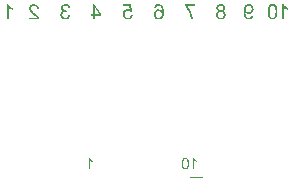
<source format=gbo>
G04*
G04 #@! TF.GenerationSoftware,Altium Limited,Altium Designer,23.8.1 (32)*
G04*
G04 Layer_Color=32896*
%FSLAX44Y44*%
%MOMM*%
G71*
G04*
G04 #@! TF.SameCoordinates,F21FC784-CF66-45F2-9398-5FBE0A3DAB67*
G04*
G04*
G04 #@! TF.FilePolarity,Positive*
G04*
G01*
G75*
%ADD11C,0.1000*%
G36*
X389388Y210909D02*
X389488Y210759D01*
X389701Y210447D01*
X389926Y210159D01*
X390151Y209897D01*
X390263Y209785D01*
X390363Y209672D01*
X390463Y209585D01*
X390538Y209497D01*
X390601Y209435D01*
X390663Y209385D01*
X390688Y209360D01*
X390701Y209347D01*
X391088Y209035D01*
X391475Y208747D01*
X391863Y208485D01*
X392225Y208272D01*
X392388Y208172D01*
X392538Y208097D01*
X392663Y208022D01*
X392775Y207960D01*
X392875Y207910D01*
X392938Y207873D01*
X392988Y207860D01*
X393000Y207847D01*
Y206335D01*
X392725Y206448D01*
X392438Y206573D01*
X392163Y206710D01*
X391913Y206835D01*
X391688Y206948D01*
X391600Y206998D01*
X391513Y207048D01*
X391450Y207085D01*
X391400Y207110D01*
X391375Y207135D01*
X391363D01*
X391038Y207335D01*
X390738Y207535D01*
X390476Y207722D01*
X390263Y207885D01*
X390088Y208022D01*
X389963Y208135D01*
X389926Y208172D01*
X389888Y208197D01*
X389876Y208222D01*
X389863D01*
Y198212D01*
X388289D01*
Y211072D01*
X389313D01*
X389388Y210909D01*
D02*
G37*
G36*
X380353Y211059D02*
X380591Y211034D01*
X380828Y210997D01*
X381041Y210959D01*
X381253Y210897D01*
X381441Y210834D01*
X381615Y210772D01*
X381778Y210697D01*
X381915Y210622D01*
X382053Y210559D01*
X382153Y210497D01*
X382253Y210434D01*
X382315Y210397D01*
X382378Y210359D01*
X382403Y210334D01*
X382415Y210322D01*
X382578Y210172D01*
X382740Y210009D01*
X383028Y209672D01*
X383265Y209322D01*
X383452Y208972D01*
X383540Y208810D01*
X383602Y208660D01*
X383665Y208535D01*
X383715Y208410D01*
X383752Y208322D01*
X383777Y208247D01*
X383802Y208197D01*
Y208185D01*
X383877Y207910D01*
X383952Y207635D01*
X384065Y207023D01*
X384152Y206423D01*
X384177Y206123D01*
X384202Y205835D01*
X384227Y205560D01*
X384240Y205311D01*
X384252Y205098D01*
Y204898D01*
X384265Y204748D01*
Y204623D01*
Y204548D01*
Y204536D01*
Y204523D01*
X384252Y203874D01*
X384215Y203261D01*
X384152Y202711D01*
X384065Y202186D01*
X383977Y201724D01*
X383865Y201299D01*
X383752Y200912D01*
X383627Y200574D01*
X383515Y200274D01*
X383402Y200012D01*
X383290Y199799D01*
X383203Y199625D01*
X383115Y199487D01*
X383052Y199387D01*
X383015Y199337D01*
X383003Y199312D01*
X382803Y199087D01*
X382578Y198875D01*
X382340Y198700D01*
X382103Y198550D01*
X381865Y198425D01*
X381615Y198325D01*
X381378Y198237D01*
X381153Y198162D01*
X380941Y198113D01*
X380741Y198075D01*
X380553Y198037D01*
X380403Y198025D01*
X380266Y198013D01*
X380178Y198000D01*
X380091D01*
X379828Y198013D01*
X379591Y198037D01*
X379353Y198075D01*
X379141Y198113D01*
X378929Y198175D01*
X378741Y198237D01*
X378566Y198300D01*
X378404Y198375D01*
X378266Y198450D01*
X378141Y198512D01*
X378029Y198575D01*
X377941Y198637D01*
X377866Y198675D01*
X377816Y198712D01*
X377791Y198737D01*
X377779Y198750D01*
X377616Y198900D01*
X377454Y199062D01*
X377167Y199400D01*
X376929Y199762D01*
X376742Y200099D01*
X376654Y200262D01*
X376592Y200412D01*
X376529Y200537D01*
X376479Y200662D01*
X376442Y200749D01*
X376417Y200824D01*
X376392Y200874D01*
Y200887D01*
X376304Y201162D01*
X376229Y201437D01*
X376117Y202036D01*
X376029Y202649D01*
X376004Y202936D01*
X375979Y203224D01*
X375954Y203499D01*
X375942Y203736D01*
X375929Y203961D01*
Y204148D01*
X375917Y204311D01*
Y204423D01*
Y204498D01*
Y204523D01*
Y204873D01*
X375929Y205198D01*
X375942Y205511D01*
X375967Y205798D01*
X375992Y206073D01*
X376017Y206310D01*
X376042Y206548D01*
X376067Y206748D01*
X376092Y206935D01*
X376117Y207098D01*
X376142Y207235D01*
X376167Y207348D01*
X376192Y207435D01*
X376204Y207498D01*
X376217Y207535D01*
Y207547D01*
X376329Y207947D01*
X376467Y208322D01*
X376592Y208647D01*
X376654Y208785D01*
X376717Y208922D01*
X376779Y209035D01*
X376829Y209147D01*
X376879Y209235D01*
X376917Y209310D01*
X376954Y209372D01*
X376979Y209410D01*
X377004Y209435D01*
Y209447D01*
X377204Y209722D01*
X377416Y209972D01*
X377629Y210172D01*
X377829Y210347D01*
X378016Y210472D01*
X378154Y210572D01*
X378216Y210609D01*
X378254Y210622D01*
X378279Y210647D01*
X378291D01*
X378591Y210784D01*
X378904Y210897D01*
X379203Y210972D01*
X379478Y211022D01*
X379603Y211034D01*
X379728Y211047D01*
X379828Y211059D01*
X379916Y211072D01*
X380091D01*
X380353Y211059D01*
D02*
G37*
G36*
X360289D02*
X360601Y211022D01*
X360888Y210959D01*
X361163Y210884D01*
X361413Y210797D01*
X361651Y210697D01*
X361876Y210584D01*
X362076Y210484D01*
X362251Y210372D01*
X362413Y210259D01*
X362538Y210159D01*
X362650Y210072D01*
X362750Y209997D01*
X362813Y209934D01*
X362850Y209897D01*
X362863Y209884D01*
X363063Y209660D01*
X363238Y209410D01*
X363388Y209160D01*
X363525Y208897D01*
X363625Y208635D01*
X363725Y208372D01*
X363800Y208110D01*
X363862Y207873D01*
X363900Y207635D01*
X363937Y207423D01*
X363963Y207235D01*
X363988Y207073D01*
Y206935D01*
X364000Y206835D01*
Y206773D01*
Y206748D01*
X363988Y206398D01*
X363950Y206073D01*
X363900Y205773D01*
X363825Y205473D01*
X363750Y205211D01*
X363650Y204961D01*
X363550Y204723D01*
X363450Y204523D01*
X363350Y204336D01*
X363250Y204173D01*
X363150Y204036D01*
X363075Y203923D01*
X363000Y203836D01*
X362950Y203761D01*
X362913Y203724D01*
X362900Y203711D01*
X362688Y203511D01*
X362463Y203336D01*
X362238Y203174D01*
X362013Y203049D01*
X361788Y202936D01*
X361563Y202836D01*
X361351Y202761D01*
X361138Y202711D01*
X360951Y202661D01*
X360776Y202624D01*
X360613Y202599D01*
X360476Y202574D01*
X360363D01*
X360289Y202561D01*
X360214D01*
X359864Y202586D01*
X359539Y202636D01*
X359239Y202711D01*
X358976Y202799D01*
X358864Y202836D01*
X358764Y202874D01*
X358664Y202911D01*
X358589Y202949D01*
X358526Y202986D01*
X358489Y202999D01*
X358464Y203024D01*
X358451D01*
X358164Y203211D01*
X357902Y203411D01*
X357677Y203611D01*
X357489Y203799D01*
X357339Y203974D01*
X357239Y204111D01*
X357202Y204161D01*
X357177Y204198D01*
X357152Y204223D01*
Y204098D01*
Y204011D01*
Y203948D01*
Y203923D01*
X357164Y203561D01*
X357189Y203211D01*
X357227Y202886D01*
X357264Y202599D01*
X357289Y202461D01*
X357314Y202349D01*
X357339Y202249D01*
X357352Y202161D01*
X357364Y202099D01*
X357377Y202036D01*
X357389Y202012D01*
Y201999D01*
X357477Y201661D01*
X357577Y201374D01*
X357677Y201112D01*
X357777Y200899D01*
X357852Y200724D01*
X357914Y200599D01*
X357939Y200562D01*
X357964Y200524D01*
X357977Y200512D01*
Y200499D01*
X358114Y200299D01*
X358251Y200124D01*
X358401Y199974D01*
X358551Y199849D01*
X358676Y199750D01*
X358776Y199675D01*
X358839Y199625D01*
X358851Y199612D01*
X358864D01*
X359076Y199500D01*
X359289Y199425D01*
X359514Y199362D01*
X359701Y199325D01*
X359876Y199300D01*
X360014Y199287D01*
X360139D01*
X360438Y199312D01*
X360713Y199362D01*
X360951Y199437D01*
X361151Y199525D01*
X361313Y199612D01*
X361426Y199687D01*
X361501Y199737D01*
X361513Y199762D01*
X361526D01*
X361626Y199862D01*
X361713Y199974D01*
X361863Y200212D01*
X361988Y200474D01*
X362088Y200724D01*
X362163Y200962D01*
X362188Y201062D01*
X362213Y201149D01*
X362225Y201224D01*
X362238Y201274D01*
X362251Y201312D01*
Y201324D01*
X363763Y201187D01*
X363713Y200912D01*
X363663Y200649D01*
X363588Y200399D01*
X363500Y200174D01*
X363413Y199962D01*
X363325Y199774D01*
X363225Y199587D01*
X363125Y199437D01*
X363025Y199287D01*
X362938Y199175D01*
X362850Y199062D01*
X362775Y198975D01*
X362713Y198912D01*
X362663Y198862D01*
X362638Y198837D01*
X362625Y198825D01*
X362438Y198675D01*
X362251Y198550D01*
X362051Y198437D01*
X361838Y198350D01*
X361638Y198262D01*
X361426Y198200D01*
X361038Y198100D01*
X360863Y198075D01*
X360688Y198050D01*
X360538Y198025D01*
X360413Y198013D01*
X360313Y198000D01*
X360163D01*
X359901Y198013D01*
X359651Y198037D01*
X359414Y198075D01*
X359189Y198113D01*
X358964Y198175D01*
X358764Y198237D01*
X358576Y198300D01*
X358401Y198375D01*
X358251Y198450D01*
X358114Y198512D01*
X357989Y198575D01*
X357889Y198637D01*
X357802Y198675D01*
X357752Y198712D01*
X357714Y198737D01*
X357702Y198750D01*
X357514Y198900D01*
X357327Y199062D01*
X357014Y199412D01*
X356739Y199787D01*
X356514Y200137D01*
X356414Y200312D01*
X356339Y200462D01*
X356277Y200599D01*
X356214Y200724D01*
X356165Y200824D01*
X356139Y200899D01*
X356115Y200949D01*
Y200962D01*
X356015Y201249D01*
X355940Y201549D01*
X355865Y201861D01*
X355802Y202186D01*
X355702Y202836D01*
X355677Y203161D01*
X355640Y203461D01*
X355627Y203761D01*
X355602Y204023D01*
X355590Y204261D01*
Y204473D01*
X355577Y204636D01*
Y204761D01*
Y204811D01*
Y204848D01*
Y204861D01*
Y204873D01*
Y205298D01*
X355602Y205711D01*
X355627Y206085D01*
X355665Y206435D01*
X355702Y206760D01*
X355752Y207048D01*
X355790Y207323D01*
X355840Y207560D01*
X355890Y207773D01*
X355940Y207960D01*
X355990Y208110D01*
X356027Y208247D01*
X356064Y208347D01*
X356090Y208410D01*
X356102Y208460D01*
X356115Y208472D01*
X356214Y208697D01*
X356339Y208910D01*
X356464Y209110D01*
X356589Y209297D01*
X356714Y209472D01*
X356852Y209634D01*
X356977Y209772D01*
X357102Y209909D01*
X357227Y210022D01*
X357327Y210122D01*
X357427Y210197D01*
X357514Y210272D01*
X357589Y210322D01*
X357639Y210372D01*
X357677Y210384D01*
X357689Y210397D01*
X357889Y210522D01*
X358089Y210622D01*
X358289Y210709D01*
X358489Y210784D01*
X358864Y210909D01*
X359226Y210984D01*
X359376Y211022D01*
X359526Y211034D01*
X359651Y211047D01*
X359764Y211059D01*
X359851Y211072D01*
X359976D01*
X360289Y211059D01*
D02*
G37*
G36*
X336593D02*
X336893Y211034D01*
X337155Y210984D01*
X337418Y210922D01*
X337655Y210847D01*
X337880Y210772D01*
X338080Y210684D01*
X338255Y210597D01*
X338417Y210497D01*
X338567Y210409D01*
X338680Y210334D01*
X338780Y210259D01*
X338867Y210197D01*
X338917Y210147D01*
X338955Y210122D01*
X338967Y210109D01*
X339142Y209922D01*
X339292Y209734D01*
X339430Y209534D01*
X339542Y209347D01*
X339642Y209147D01*
X339717Y208947D01*
X339792Y208760D01*
X339842Y208585D01*
X339879Y208410D01*
X339917Y208247D01*
X339942Y208110D01*
X339954Y207997D01*
Y207897D01*
X339967Y207822D01*
Y207773D01*
Y207760D01*
X339942Y207423D01*
X339892Y207123D01*
X339817Y206848D01*
X339729Y206623D01*
X339655Y206435D01*
X339617Y206360D01*
X339580Y206285D01*
X339542Y206235D01*
X339530Y206198D01*
X339505Y206185D01*
Y206173D01*
X339305Y205935D01*
X339080Y205735D01*
X338830Y205560D01*
X338592Y205411D01*
X338380Y205298D01*
X338280Y205248D01*
X338205Y205211D01*
X338143Y205186D01*
X338080Y205161D01*
X338055Y205148D01*
X338042D01*
X338255Y205086D01*
X338455Y205011D01*
X338642Y204936D01*
X338817Y204848D01*
X338980Y204748D01*
X339130Y204648D01*
X339267Y204561D01*
X339392Y204461D01*
X339492Y204373D01*
X339592Y204286D01*
X339667Y204211D01*
X339742Y204136D01*
X339792Y204073D01*
X339829Y204036D01*
X339842Y204011D01*
X339855Y203998D01*
X339967Y203836D01*
X340055Y203673D01*
X340142Y203499D01*
X340217Y203324D01*
X340329Y202974D01*
X340404Y202636D01*
X340429Y202486D01*
X340442Y202349D01*
X340454Y202224D01*
X340467Y202124D01*
X340479Y202036D01*
Y201961D01*
Y201924D01*
Y201912D01*
X340467Y201599D01*
X340429Y201312D01*
X340367Y201037D01*
X340304Y200774D01*
X340217Y200524D01*
X340117Y200287D01*
X340017Y200075D01*
X339905Y199887D01*
X339792Y199712D01*
X339692Y199562D01*
X339592Y199425D01*
X339505Y199312D01*
X339430Y199225D01*
X339380Y199162D01*
X339342Y199125D01*
X339330Y199112D01*
X339105Y198912D01*
X338867Y198750D01*
X338617Y198600D01*
X338355Y198475D01*
X338105Y198362D01*
X337855Y198275D01*
X337605Y198200D01*
X337368Y198137D01*
X337143Y198088D01*
X336930Y198062D01*
X336743Y198037D01*
X336580Y198013D01*
X336455D01*
X336355Y198000D01*
X336268D01*
X335918Y198013D01*
X335593Y198050D01*
X335281Y198100D01*
X334993Y198175D01*
X334718Y198262D01*
X334468Y198350D01*
X334231Y198450D01*
X334019Y198562D01*
X333844Y198662D01*
X333669Y198762D01*
X333531Y198850D01*
X333419Y198937D01*
X333331Y199012D01*
X333256Y199062D01*
X333219Y199100D01*
X333206Y199112D01*
X333006Y199325D01*
X332819Y199550D01*
X332669Y199774D01*
X332531Y200012D01*
X332419Y200249D01*
X332331Y200474D01*
X332257Y200699D01*
X332194Y200912D01*
X332144Y201112D01*
X332107Y201299D01*
X332081Y201462D01*
X332057Y201599D01*
Y201712D01*
X332044Y201799D01*
Y201861D01*
Y201874D01*
X332057Y202099D01*
X332069Y202299D01*
X332144Y202699D01*
X332244Y203036D01*
X332294Y203199D01*
X332356Y203336D01*
X332419Y203461D01*
X332469Y203586D01*
X332519Y203673D01*
X332569Y203761D01*
X332606Y203824D01*
X332644Y203874D01*
X332656Y203899D01*
X332669Y203911D01*
X332794Y204061D01*
X332919Y204211D01*
X333206Y204461D01*
X333506Y204673D01*
X333794Y204848D01*
X334056Y204986D01*
X334169Y205036D01*
X334268Y205073D01*
X334343Y205111D01*
X334406Y205136D01*
X334443Y205148D01*
X334456D01*
X334118Y205298D01*
X333831Y205461D01*
X333594Y205623D01*
X333394Y205786D01*
X333244Y205935D01*
X333131Y206048D01*
X333069Y206135D01*
X333044Y206148D01*
Y206160D01*
X332881Y206423D01*
X332769Y206685D01*
X332681Y206948D01*
X332631Y207185D01*
X332594Y207398D01*
X332581Y207498D01*
Y207572D01*
X332569Y207635D01*
Y207685D01*
Y207710D01*
Y207722D01*
X332581Y207985D01*
X332606Y208222D01*
X332669Y208460D01*
X332731Y208685D01*
X332806Y208897D01*
X332894Y209085D01*
X332981Y209272D01*
X333081Y209435D01*
X333181Y209585D01*
X333269Y209709D01*
X333356Y209834D01*
X333431Y209922D01*
X333494Y209997D01*
X333544Y210047D01*
X333581Y210084D01*
X333594Y210097D01*
X333794Y210272D01*
X334006Y210422D01*
X334218Y210547D01*
X334443Y210659D01*
X334668Y210759D01*
X334893Y210834D01*
X335118Y210897D01*
X335331Y210947D01*
X335531Y210984D01*
X335706Y211022D01*
X335868Y211047D01*
X336018Y211059D01*
X336130Y211072D01*
X336293D01*
X336593Y211059D01*
D02*
G37*
G36*
X314363Y209135D02*
X308102D01*
X308327Y208872D01*
X308539Y208597D01*
X308964Y208035D01*
X309339Y207473D01*
X309514Y207198D01*
X309676Y206935D01*
X309826Y206698D01*
X309964Y206473D01*
X310076Y206273D01*
X310176Y206110D01*
X310251Y205960D01*
X310314Y205861D01*
X310351Y205798D01*
X310364Y205773D01*
X310739Y205023D01*
X311064Y204286D01*
X311214Y203936D01*
X311339Y203586D01*
X311464Y203261D01*
X311576Y202961D01*
X311676Y202674D01*
X311751Y202424D01*
X311826Y202199D01*
X311888Y201999D01*
X311926Y201849D01*
X311963Y201737D01*
X311976Y201661D01*
X311988Y201649D01*
Y201637D01*
X312088Y201249D01*
X312176Y200862D01*
X312251Y200512D01*
X312313Y200162D01*
X312376Y199849D01*
X312426Y199550D01*
X312463Y199275D01*
X312488Y199012D01*
X312513Y198787D01*
X312538Y198587D01*
X312551Y198412D01*
X312563Y198262D01*
Y198150D01*
X312576Y198075D01*
Y198013D01*
Y198000D01*
X310964D01*
X310901Y198700D01*
X310864Y199037D01*
X310814Y199350D01*
X310764Y199662D01*
X310714Y199949D01*
X310664Y200224D01*
X310614Y200474D01*
X310564Y200699D01*
X310526Y200899D01*
X310476Y201087D01*
X310439Y201237D01*
X310414Y201349D01*
X310389Y201437D01*
X310364Y201499D01*
Y201512D01*
X310239Y201936D01*
X310101Y202361D01*
X309951Y202774D01*
X309801Y203174D01*
X309652Y203549D01*
X309489Y203923D01*
X309339Y204261D01*
X309189Y204586D01*
X309052Y204886D01*
X308927Y205148D01*
X308814Y205386D01*
X308714Y205573D01*
X308627Y205735D01*
X308564Y205848D01*
X308527Y205923D01*
X308514Y205948D01*
X308289Y206348D01*
X308064Y206723D01*
X307839Y207073D01*
X307627Y207398D01*
X307414Y207710D01*
X307215Y207997D01*
X307015Y208260D01*
X306840Y208497D01*
X306677Y208710D01*
X306527Y208897D01*
X306402Y209047D01*
X306290Y209185D01*
X306202Y209285D01*
X306127Y209360D01*
X306090Y209410D01*
X306077Y209422D01*
Y210647D01*
X314363D01*
Y209135D01*
D02*
G37*
G36*
X283860Y211059D02*
X284210Y211009D01*
X284535Y210934D01*
X284847Y210847D01*
X285134Y210734D01*
X285397Y210609D01*
X285634Y210472D01*
X285859Y210334D01*
X286047Y210197D01*
X286222Y210059D01*
X286372Y209934D01*
X286484Y209822D01*
X286584Y209734D01*
X286659Y209660D01*
X286696Y209610D01*
X286709Y209597D01*
X286947Y209260D01*
X287159Y208885D01*
X287346Y208472D01*
X287496Y208047D01*
X287634Y207598D01*
X287734Y207148D01*
X287834Y206698D01*
X287896Y206260D01*
X287959Y205848D01*
X287996Y205461D01*
X288034Y205111D01*
X288046Y204948D01*
Y204811D01*
X288059Y204673D01*
Y204548D01*
X288071Y204448D01*
Y204361D01*
Y204286D01*
Y204236D01*
Y204211D01*
Y204198D01*
X288059Y203599D01*
X288021Y203049D01*
X287959Y202524D01*
X287871Y202061D01*
X287784Y201624D01*
X287684Y201237D01*
X287571Y200887D01*
X287446Y200574D01*
X287334Y200299D01*
X287221Y200075D01*
X287121Y199874D01*
X287021Y199712D01*
X286947Y199587D01*
X286884Y199512D01*
X286847Y199450D01*
X286834Y199437D01*
X286597Y199187D01*
X286347Y198962D01*
X286084Y198775D01*
X285809Y198612D01*
X285547Y198462D01*
X285272Y198350D01*
X285022Y198250D01*
X284772Y198175D01*
X284535Y198125D01*
X284322Y198075D01*
X284122Y198050D01*
X283960Y198025D01*
X283822Y198013D01*
X283722Y198000D01*
X283635D01*
X283422Y198013D01*
X283210Y198025D01*
X282822Y198088D01*
X282473Y198175D01*
X282310Y198225D01*
X282173Y198275D01*
X282035Y198325D01*
X281923Y198375D01*
X281823Y198425D01*
X281735Y198462D01*
X281660Y198500D01*
X281610Y198525D01*
X281585Y198550D01*
X281573D01*
X281248Y198775D01*
X280961Y199025D01*
X280723Y199287D01*
X280511Y199550D01*
X280348Y199774D01*
X280286Y199874D01*
X280236Y199962D01*
X280186Y200025D01*
X280161Y200075D01*
X280136Y200112D01*
Y200124D01*
X279961Y200524D01*
X279836Y200912D01*
X279736Y201287D01*
X279673Y201637D01*
X279648Y201799D01*
X279636Y201936D01*
X279623Y202061D01*
Y202174D01*
X279611Y202261D01*
Y202324D01*
Y202361D01*
Y202374D01*
X279623Y202711D01*
X279661Y203024D01*
X279711Y203324D01*
X279786Y203611D01*
X279873Y203874D01*
X279961Y204123D01*
X280061Y204348D01*
X280161Y204548D01*
X280273Y204736D01*
X280373Y204898D01*
X280461Y205036D01*
X280548Y205148D01*
X280623Y205236D01*
X280673Y205311D01*
X280711Y205348D01*
X280723Y205361D01*
X280935Y205560D01*
X281148Y205748D01*
X281373Y205898D01*
X281610Y206035D01*
X281835Y206148D01*
X282048Y206235D01*
X282273Y206310D01*
X282473Y206373D01*
X282660Y206423D01*
X282835Y206460D01*
X282997Y206485D01*
X283135Y206510D01*
X283247D01*
X283322Y206523D01*
X283397D01*
X283735Y206510D01*
X284047Y206460D01*
X284335Y206385D01*
X284597Y206310D01*
X284709Y206273D01*
X284809Y206235D01*
X284897Y206198D01*
X284984Y206160D01*
X285035Y206135D01*
X285084Y206110D01*
X285109Y206098D01*
X285122D01*
X285422Y205923D01*
X285684Y205723D01*
X285922Y205511D01*
X286122Y205298D01*
X286284Y205111D01*
X286359Y205023D01*
X286409Y204948D01*
X286447Y204898D01*
X286484Y204848D01*
X286497Y204823D01*
X286509Y204811D01*
X286497Y205161D01*
X286484Y205486D01*
X286459Y205798D01*
X286434Y206085D01*
X286397Y206348D01*
X286359Y206598D01*
X286322Y206810D01*
X286284Y207010D01*
X286247Y207185D01*
X286209Y207348D01*
X286172Y207473D01*
X286134Y207585D01*
X286109Y207660D01*
X286084Y207722D01*
X286072Y207760D01*
Y207773D01*
X285897Y208147D01*
X285709Y208460D01*
X285509Y208735D01*
X285322Y208960D01*
X285147Y209135D01*
X285022Y209260D01*
X284972Y209310D01*
X284935Y209335D01*
X284909Y209360D01*
X284897D01*
X284672Y209497D01*
X284447Y209610D01*
X284222Y209685D01*
X284022Y209734D01*
X283835Y209760D01*
X283697Y209785D01*
X283572D01*
X283397Y209772D01*
X283235Y209760D01*
X282935Y209685D01*
X282660Y209572D01*
X282435Y209447D01*
X282248Y209322D01*
X282173Y209272D01*
X282110Y209210D01*
X282060Y209172D01*
X282023Y209135D01*
X282010Y209122D01*
X281998Y209110D01*
X281860Y208935D01*
X281735Y208722D01*
X281635Y208497D01*
X281548Y208272D01*
X281485Y208072D01*
X281460Y207985D01*
X281435Y207910D01*
X281423Y207847D01*
X281410Y207798D01*
X281398Y207773D01*
Y207760D01*
X279836Y207885D01*
X279886Y208160D01*
X279948Y208410D01*
X280011Y208647D01*
X280098Y208872D01*
X280198Y209085D01*
X280286Y209272D01*
X280386Y209460D01*
X280486Y209610D01*
X280586Y209747D01*
X280686Y209872D01*
X280773Y209984D01*
X280848Y210072D01*
X280910Y210134D01*
X280961Y210184D01*
X280986Y210209D01*
X280998Y210222D01*
X281185Y210372D01*
X281385Y210497D01*
X281585Y210622D01*
X281798Y210709D01*
X281998Y210797D01*
X282210Y210859D01*
X282598Y210972D01*
X282785Y210997D01*
X282948Y211022D01*
X283097Y211047D01*
X283235Y211059D01*
X283335Y211072D01*
X283485D01*
X283860Y211059D01*
D02*
G37*
G36*
X261467Y204273D02*
X259993Y204086D01*
X259855Y204273D01*
X259693Y204448D01*
X259543Y204598D01*
X259380Y204736D01*
X259255Y204836D01*
X259143Y204911D01*
X259068Y204961D01*
X259055Y204973D01*
X259043D01*
X258805Y205086D01*
X258568Y205173D01*
X258343Y205236D01*
X258130Y205286D01*
X257943Y205311D01*
X257868D01*
X257793Y205323D01*
X257668D01*
X257443Y205311D01*
X257231Y205286D01*
X257031Y205248D01*
X256831Y205198D01*
X256656Y205136D01*
X256493Y205073D01*
X256343Y204998D01*
X256206Y204936D01*
X256094Y204861D01*
X255981Y204786D01*
X255894Y204723D01*
X255819Y204661D01*
X255756Y204611D01*
X255719Y204573D01*
X255694Y204548D01*
X255681Y204536D01*
X255544Y204386D01*
X255431Y204223D01*
X255331Y204048D01*
X255244Y203874D01*
X255169Y203699D01*
X255106Y203524D01*
X255019Y203186D01*
X254981Y203024D01*
X254956Y202874D01*
X254944Y202749D01*
X254931Y202636D01*
X254919Y202536D01*
Y202474D01*
Y202424D01*
Y202411D01*
X254931Y202149D01*
X254956Y201912D01*
X254994Y201674D01*
X255044Y201462D01*
X255106Y201262D01*
X255169Y201074D01*
X255244Y200899D01*
X255306Y200749D01*
X255381Y200612D01*
X255456Y200487D01*
X255519Y200374D01*
X255581Y200299D01*
X255631Y200224D01*
X255669Y200174D01*
X255694Y200149D01*
X255706Y200137D01*
X255856Y199987D01*
X256019Y199862D01*
X256181Y199750D01*
X256343Y199650D01*
X256506Y199562D01*
X256656Y199500D01*
X256968Y199400D01*
X257106Y199362D01*
X257231Y199337D01*
X257343Y199312D01*
X257443Y199300D01*
X257518Y199287D01*
X257631D01*
X257806Y199300D01*
X257968Y199312D01*
X258281Y199387D01*
X258555Y199475D01*
X258793Y199587D01*
X258993Y199699D01*
X259068Y199750D01*
X259130Y199799D01*
X259180Y199837D01*
X259218Y199862D01*
X259243Y199874D01*
X259255Y199887D01*
X259368Y200012D01*
X259480Y200137D01*
X259668Y200437D01*
X259805Y200737D01*
X259918Y201024D01*
X260005Y201299D01*
X260030Y201412D01*
X260055Y201512D01*
X260068Y201599D01*
X260080Y201661D01*
X260093Y201699D01*
Y201712D01*
X261742Y201574D01*
X261705Y201274D01*
X261642Y200999D01*
X261567Y200737D01*
X261480Y200487D01*
X261380Y200249D01*
X261280Y200037D01*
X261167Y199837D01*
X261055Y199662D01*
X260955Y199512D01*
X260842Y199375D01*
X260755Y199250D01*
X260667Y199150D01*
X260592Y199075D01*
X260542Y199025D01*
X260505Y198987D01*
X260492Y198975D01*
X260280Y198800D01*
X260055Y198650D01*
X259818Y198525D01*
X259580Y198412D01*
X259330Y198312D01*
X259093Y198237D01*
X258868Y198175D01*
X258643Y198125D01*
X258431Y198088D01*
X258243Y198050D01*
X258068Y198025D01*
X257918Y198013D01*
X257793D01*
X257706Y198000D01*
X257631D01*
X257243Y198013D01*
X256868Y198062D01*
X256531Y198137D01*
X256206Y198237D01*
X255906Y198362D01*
X255631Y198487D01*
X255381Y198625D01*
X255144Y198775D01*
X254944Y198925D01*
X254769Y199062D01*
X254619Y199187D01*
X254494Y199312D01*
X254394Y199412D01*
X254331Y199487D01*
X254282Y199537D01*
X254269Y199550D01*
X254094Y199787D01*
X253932Y200037D01*
X253794Y200299D01*
X253682Y200549D01*
X253582Y200799D01*
X253494Y201049D01*
X253432Y201299D01*
X253369Y201524D01*
X253332Y201737D01*
X253294Y201936D01*
X253269Y202111D01*
X253257Y202261D01*
Y202386D01*
X253244Y202474D01*
Y202524D01*
Y202549D01*
X253257Y202886D01*
X253294Y203211D01*
X253357Y203511D01*
X253419Y203799D01*
X253519Y204061D01*
X253607Y204311D01*
X253719Y204536D01*
X253819Y204736D01*
X253932Y204923D01*
X254044Y205086D01*
X254132Y205223D01*
X254219Y205336D01*
X254294Y205423D01*
X254356Y205498D01*
X254394Y205536D01*
X254407Y205548D01*
X254631Y205748D01*
X254856Y205935D01*
X255094Y206085D01*
X255331Y206223D01*
X255569Y206335D01*
X255806Y206423D01*
X256044Y206498D01*
X256256Y206560D01*
X256456Y206610D01*
X256643Y206648D01*
X256818Y206673D01*
X256956Y206698D01*
X257081D01*
X257168Y206710D01*
X257243D01*
X257481Y206698D01*
X257718Y206673D01*
X257943Y206635D01*
X258155Y206585D01*
X258568Y206448D01*
X258755Y206385D01*
X258930Y206310D01*
X259093Y206223D01*
X259230Y206160D01*
X259368Y206085D01*
X259468Y206023D01*
X259555Y205973D01*
X259618Y205935D01*
X259655Y205910D01*
X259668Y205898D01*
X258980Y209360D01*
X253844D01*
Y210859D01*
X260230D01*
X261467Y204273D01*
D02*
G37*
G36*
X156388Y210697D02*
X156488Y210547D01*
X156701Y210234D01*
X156926Y209947D01*
X157151Y209685D01*
X157263Y209572D01*
X157363Y209460D01*
X157463Y209372D01*
X157538Y209285D01*
X157601Y209222D01*
X157663Y209172D01*
X157688Y209147D01*
X157701Y209135D01*
X158088Y208822D01*
X158475Y208535D01*
X158863Y208272D01*
X159225Y208060D01*
X159388Y207960D01*
X159538Y207885D01*
X159663Y207810D01*
X159775Y207747D01*
X159875Y207698D01*
X159937Y207660D01*
X159987Y207647D01*
X160000Y207635D01*
Y206123D01*
X159725Y206235D01*
X159438Y206360D01*
X159163Y206498D01*
X158913Y206623D01*
X158688Y206735D01*
X158600Y206785D01*
X158513Y206835D01*
X158450Y206873D01*
X158400Y206898D01*
X158375Y206923D01*
X158363D01*
X158038Y207123D01*
X157738Y207323D01*
X157476Y207510D01*
X157263Y207673D01*
X157088Y207810D01*
X156963Y207922D01*
X156926Y207960D01*
X156888Y207985D01*
X156876Y208010D01*
X156863D01*
Y198000D01*
X155289D01*
Y210859D01*
X156313D01*
X156388Y210697D01*
D02*
G37*
G36*
X178419Y210847D02*
X178731Y210822D01*
X179031Y210772D01*
X179306Y210709D01*
X179568Y210634D01*
X179806Y210559D01*
X180018Y210472D01*
X180218Y210384D01*
X180393Y210297D01*
X180555Y210209D01*
X180681Y210134D01*
X180793Y210059D01*
X180880Y209997D01*
X180943Y209947D01*
X180980Y209922D01*
X180993Y209909D01*
X181180Y209722D01*
X181355Y209522D01*
X181505Y209310D01*
X181643Y209085D01*
X181755Y208847D01*
X181855Y208622D01*
X181943Y208397D01*
X182018Y208185D01*
X182068Y207972D01*
X182118Y207785D01*
X182155Y207610D01*
X182193Y207460D01*
X182205Y207335D01*
X182218Y207235D01*
X182230Y207185D01*
Y207160D01*
X180618Y206998D01*
X180606Y207223D01*
X180593Y207423D01*
X180555Y207623D01*
X180518Y207798D01*
X180455Y207960D01*
X180406Y208122D01*
X180343Y208260D01*
X180281Y208385D01*
X180218Y208497D01*
X180156Y208597D01*
X180093Y208685D01*
X180043Y208747D01*
X180006Y208797D01*
X179968Y208847D01*
X179956Y208860D01*
X179943Y208872D01*
X179806Y208997D01*
X179668Y209097D01*
X179518Y209197D01*
X179368Y209272D01*
X179068Y209397D01*
X178769Y209472D01*
X178643Y209497D01*
X178519Y209522D01*
X178406Y209534D01*
X178306Y209547D01*
X178231Y209559D01*
X178119D01*
X177919Y209547D01*
X177731Y209534D01*
X177394Y209460D01*
X177094Y209360D01*
X176956Y209297D01*
X176844Y209235D01*
X176731Y209172D01*
X176644Y209110D01*
X176556Y209060D01*
X176494Y209010D01*
X176444Y208972D01*
X176394Y208935D01*
X176382Y208922D01*
X176369Y208910D01*
X176244Y208785D01*
X176144Y208660D01*
X176057Y208522D01*
X175982Y208397D01*
X175857Y208135D01*
X175782Y207885D01*
X175732Y207660D01*
X175719Y207572D01*
X175707Y207498D01*
X175694Y207423D01*
Y207373D01*
Y207348D01*
Y207335D01*
X175707Y207173D01*
X175732Y206998D01*
X175769Y206835D01*
X175807Y206660D01*
X175932Y206348D01*
X176069Y206060D01*
X176144Y205935D01*
X176207Y205811D01*
X176269Y205711D01*
X176332Y205623D01*
X176369Y205548D01*
X176407Y205498D01*
X176432Y205461D01*
X176444Y205448D01*
X176594Y205248D01*
X176782Y205048D01*
X176981Y204823D01*
X177194Y204598D01*
X177656Y204148D01*
X178131Y203711D01*
X178356Y203511D01*
X178568Y203324D01*
X178756Y203149D01*
X178931Y203011D01*
X179068Y202886D01*
X179181Y202799D01*
X179243Y202749D01*
X179268Y202724D01*
X179506Y202524D01*
X179743Y202324D01*
X179956Y202136D01*
X180156Y201961D01*
X180331Y201786D01*
X180506Y201624D01*
X180655Y201474D01*
X180793Y201349D01*
X180918Y201224D01*
X181018Y201112D01*
X181105Y201012D01*
X181180Y200937D01*
X181243Y200874D01*
X181280Y200824D01*
X181305Y200799D01*
X181318Y200787D01*
X181568Y200474D01*
X181780Y200174D01*
X181955Y199887D01*
X182105Y199625D01*
X182218Y199400D01*
X182255Y199312D01*
X182293Y199237D01*
X182318Y199175D01*
X182343Y199125D01*
X182355Y199100D01*
Y199087D01*
X182418Y198887D01*
X182467Y198700D01*
X182493Y198512D01*
X182518Y198350D01*
X182530Y198200D01*
Y198100D01*
Y198025D01*
Y198013D01*
Y198000D01*
X174070D01*
Y199512D01*
X180356D01*
X180256Y199675D01*
X180143Y199825D01*
X180031Y199962D01*
X179931Y200099D01*
X179831Y200199D01*
X179756Y200287D01*
X179706Y200349D01*
X179693Y200362D01*
X179606Y200449D01*
X179493Y200549D01*
X179368Y200674D01*
X179231Y200799D01*
X178931Y201062D01*
X178631Y201324D01*
X178331Y201574D01*
X178206Y201686D01*
X178094Y201786D01*
X178006Y201861D01*
X177931Y201924D01*
X177881Y201961D01*
X177869Y201974D01*
X177569Y202236D01*
X177281Y202474D01*
X177019Y202711D01*
X176782Y202924D01*
X176556Y203124D01*
X176369Y203311D01*
X176182Y203486D01*
X176032Y203636D01*
X175894Y203773D01*
X175769Y203886D01*
X175682Y203986D01*
X175594Y204073D01*
X175532Y204136D01*
X175494Y204186D01*
X175469Y204211D01*
X175457Y204223D01*
X175194Y204523D01*
X174982Y204811D01*
X174795Y205086D01*
X174657Y205311D01*
X174545Y205511D01*
X174507Y205585D01*
X174470Y205660D01*
X174445Y205711D01*
X174420Y205748D01*
X174407Y205773D01*
Y205786D01*
X174295Y206060D01*
X174220Y206335D01*
X174157Y206598D01*
X174120Y206823D01*
X174095Y207023D01*
Y207098D01*
X174082Y207173D01*
Y207223D01*
Y207260D01*
Y207285D01*
Y207298D01*
X174095Y207572D01*
X174132Y207835D01*
X174182Y208097D01*
X174245Y208335D01*
X174332Y208560D01*
X174420Y208760D01*
X174520Y208960D01*
X174620Y209135D01*
X174720Y209297D01*
X174820Y209435D01*
X174907Y209547D01*
X174994Y209647D01*
X175057Y209734D01*
X175107Y209785D01*
X175144Y209822D01*
X175157Y209834D01*
X175369Y210009D01*
X175594Y210172D01*
X175819Y210309D01*
X176069Y210422D01*
X176307Y210522D01*
X176556Y210609D01*
X176794Y210672D01*
X177019Y210734D01*
X177244Y210772D01*
X177444Y210809D01*
X177619Y210834D01*
X177769Y210847D01*
X177906D01*
X177994Y210859D01*
X178081D01*
X178419Y210847D01*
D02*
G37*
G36*
X205098Y211059D02*
X205373Y211034D01*
X205622Y210997D01*
X205860Y210934D01*
X206085Y210872D01*
X206297Y210797D01*
X206497Y210722D01*
X206672Y210634D01*
X206822Y210559D01*
X206972Y210472D01*
X207085Y210397D01*
X207185Y210334D01*
X207272Y210272D01*
X207322Y210234D01*
X207360Y210209D01*
X207372Y210197D01*
X207547Y210022D01*
X207722Y209847D01*
X207872Y209647D01*
X207997Y209447D01*
X208122Y209247D01*
X208222Y209035D01*
X208322Y208835D01*
X208397Y208647D01*
X208472Y208460D01*
X208522Y208297D01*
X208572Y208135D01*
X208609Y208010D01*
X208634Y207897D01*
X208659Y207822D01*
X208672Y207760D01*
Y207747D01*
X207097Y207473D01*
X207059Y207685D01*
X207022Y207873D01*
X206960Y208060D01*
X206910Y208222D01*
X206847Y208385D01*
X206785Y208522D01*
X206710Y208647D01*
X206647Y208772D01*
X206585Y208872D01*
X206522Y208960D01*
X206472Y209035D01*
X206422Y209085D01*
X206385Y209135D01*
X206347Y209172D01*
X206335Y209185D01*
X206322Y209197D01*
X206210Y209297D01*
X206085Y209397D01*
X205822Y209534D01*
X205572Y209647D01*
X205322Y209709D01*
X205110Y209760D01*
X205023Y209772D01*
X204935D01*
X204873Y209785D01*
X204610D01*
X204460Y209760D01*
X204160Y209697D01*
X203898Y209597D01*
X203685Y209497D01*
X203510Y209397D01*
X203373Y209297D01*
X203335Y209260D01*
X203298Y209235D01*
X203286Y209222D01*
X203273Y209210D01*
X203173Y209097D01*
X203073Y208985D01*
X202936Y208747D01*
X202823Y208510D01*
X202761Y208285D01*
X202711Y208085D01*
X202698Y207997D01*
Y207922D01*
X202686Y207860D01*
Y207810D01*
Y207785D01*
Y207773D01*
X202698Y207572D01*
X202723Y207398D01*
X202761Y207223D01*
X202811Y207060D01*
X202873Y206923D01*
X202948Y206785D01*
X203011Y206660D01*
X203085Y206560D01*
X203173Y206460D01*
X203235Y206385D01*
X203311Y206310D01*
X203373Y206260D01*
X203423Y206210D01*
X203461Y206185D01*
X203485Y206173D01*
X203498Y206160D01*
X203810Y205985D01*
X204123Y205861D01*
X204423Y205760D01*
X204710Y205698D01*
X204835Y205686D01*
X204948Y205660D01*
X205047Y205648D01*
X205135D01*
X205210Y205636D01*
X205385D01*
X205472Y205648D01*
X205535Y205660D01*
X205560D01*
X205735Y204286D01*
X205497Y204336D01*
X205285Y204386D01*
X205098Y204411D01*
X204935Y204423D01*
X204810Y204436D01*
X204710Y204448D01*
X204635D01*
X204435Y204436D01*
X204248Y204423D01*
X203898Y204336D01*
X203585Y204223D01*
X203448Y204161D01*
X203323Y204098D01*
X203211Y204036D01*
X203123Y203974D01*
X203036Y203911D01*
X202961Y203861D01*
X202911Y203811D01*
X202873Y203773D01*
X202848Y203761D01*
X202836Y203748D01*
X202711Y203611D01*
X202598Y203474D01*
X202511Y203324D01*
X202423Y203174D01*
X202348Y203024D01*
X202298Y202874D01*
X202211Y202599D01*
X202186Y202461D01*
X202161Y202349D01*
X202148Y202236D01*
X202136Y202149D01*
X202123Y202061D01*
Y202012D01*
Y201974D01*
Y201961D01*
X202136Y201749D01*
X202161Y201549D01*
X202198Y201362D01*
X202236Y201187D01*
X202361Y200862D01*
X202436Y200712D01*
X202498Y200587D01*
X202573Y200462D01*
X202648Y200362D01*
X202711Y200274D01*
X202761Y200199D01*
X202811Y200137D01*
X202848Y200099D01*
X202873Y200075D01*
X202886Y200062D01*
X203036Y199925D01*
X203186Y199812D01*
X203335Y199712D01*
X203498Y199625D01*
X203660Y199550D01*
X203810Y199487D01*
X204110Y199400D01*
X204248Y199362D01*
X204373Y199337D01*
X204473Y199325D01*
X204573Y199312D01*
X204648Y199300D01*
X204760D01*
X204935Y199312D01*
X205098Y199325D01*
X205397Y199387D01*
X205672Y199487D01*
X205910Y199600D01*
X206097Y199699D01*
X206172Y199750D01*
X206235Y199799D01*
X206285Y199837D01*
X206322Y199862D01*
X206335Y199887D01*
X206347D01*
X206460Y200012D01*
X206572Y200137D01*
X206760Y200437D01*
X206922Y200762D01*
X207047Y201074D01*
X207097Y201224D01*
X207147Y201362D01*
X207185Y201499D01*
X207209Y201599D01*
X207234Y201699D01*
X207247Y201761D01*
X207260Y201812D01*
Y201824D01*
X208834Y201612D01*
X208797Y201312D01*
X208734Y201037D01*
X208659Y200774D01*
X208572Y200524D01*
X208472Y200287D01*
X208372Y200075D01*
X208259Y199874D01*
X208147Y199699D01*
X208034Y199537D01*
X207934Y199400D01*
X207834Y199287D01*
X207747Y199187D01*
X207672Y199100D01*
X207622Y199050D01*
X207584Y199012D01*
X207572Y199000D01*
X207360Y198825D01*
X207134Y198675D01*
X206897Y198537D01*
X206660Y198425D01*
X206435Y198325D01*
X206197Y198250D01*
X205972Y198175D01*
X205760Y198125D01*
X205547Y198088D01*
X205360Y198050D01*
X205198Y198025D01*
X205047Y198013D01*
X204935D01*
X204848Y198000D01*
X204773D01*
X204423Y198013D01*
X204098Y198050D01*
X203785Y198113D01*
X203498Y198187D01*
X203223Y198275D01*
X202973Y198362D01*
X202736Y198475D01*
X202523Y198587D01*
X202323Y198687D01*
X202161Y198800D01*
X202011Y198887D01*
X201898Y198987D01*
X201798Y199050D01*
X201723Y199112D01*
X201686Y199150D01*
X201673Y199162D01*
X201461Y199387D01*
X201273Y199612D01*
X201111Y199862D01*
X200961Y200099D01*
X200849Y200337D01*
X200749Y200574D01*
X200661Y200799D01*
X200599Y201012D01*
X200549Y201224D01*
X200511Y201412D01*
X200486Y201574D01*
X200461Y201724D01*
Y201836D01*
X200449Y201924D01*
Y201987D01*
Y201999D01*
X200461Y202224D01*
X200474Y202449D01*
X200549Y202849D01*
X200599Y203024D01*
X200649Y203199D01*
X200711Y203349D01*
X200761Y203499D01*
X200824Y203624D01*
X200886Y203736D01*
X200936Y203836D01*
X200986Y203911D01*
X201024Y203974D01*
X201061Y204023D01*
X201074Y204048D01*
X201086Y204061D01*
X201211Y204211D01*
X201336Y204348D01*
X201623Y204573D01*
X201923Y204773D01*
X202198Y204911D01*
X202461Y205023D01*
X202561Y205061D01*
X202661Y205098D01*
X202736Y205123D01*
X202798Y205136D01*
X202836Y205148D01*
X202848D01*
X202536Y205311D01*
X202273Y205486D01*
X202048Y205660D01*
X201861Y205835D01*
X201711Y205985D01*
X201611Y206110D01*
X201573Y206160D01*
X201548Y206198D01*
X201523Y206210D01*
Y206223D01*
X201374Y206485D01*
X201261Y206748D01*
X201186Y206998D01*
X201124Y207235D01*
X201099Y207435D01*
X201086Y207523D01*
Y207598D01*
X201074Y207660D01*
Y207698D01*
Y207722D01*
Y207735D01*
X201099Y208060D01*
X201148Y208360D01*
X201224Y208647D01*
X201311Y208885D01*
X201399Y209097D01*
X201436Y209185D01*
X201474Y209247D01*
X201499Y209310D01*
X201523Y209347D01*
X201548Y209372D01*
Y209385D01*
X201736Y209660D01*
X201948Y209909D01*
X202173Y210122D01*
X202398Y210297D01*
X202598Y210434D01*
X202673Y210497D01*
X202748Y210534D01*
X202811Y210572D01*
X202861Y210597D01*
X202886Y210622D01*
X202898D01*
X203235Y210772D01*
X203573Y210884D01*
X203885Y210959D01*
X204185Y211022D01*
X204323Y211034D01*
X204448Y211047D01*
X204548Y211059D01*
X204648D01*
X204723Y211072D01*
X204823D01*
X205098Y211059D01*
D02*
G37*
G36*
X235051Y202499D02*
Y201062D01*
X229490D01*
Y198000D01*
X227915D01*
Y201062D01*
X226190D01*
Y202499D01*
X227915D01*
Y210809D01*
X229202D01*
X235051Y202499D01*
D02*
G37*
G36*
X313291Y80682D02*
X313366Y80569D01*
X313526Y80335D01*
X313694Y80120D01*
X313863Y79923D01*
X313947Y79838D01*
X314022Y79754D01*
X314097Y79688D01*
X314154Y79623D01*
X314200Y79576D01*
X314247Y79538D01*
X314266Y79520D01*
X314275Y79510D01*
X314566Y79276D01*
X314856Y79060D01*
X315147Y78864D01*
X315419Y78704D01*
X315541Y78629D01*
X315653Y78573D01*
X315747Y78517D01*
X315831Y78470D01*
X315906Y78432D01*
X315953Y78404D01*
X315991Y78395D01*
X316000Y78386D01*
Y77252D01*
X315794Y77336D01*
X315578Y77430D01*
X315372Y77533D01*
X315185Y77626D01*
X315016Y77711D01*
X314950Y77748D01*
X314885Y77786D01*
X314838Y77814D01*
X314800Y77833D01*
X314782Y77851D01*
X314772D01*
X314529Y78001D01*
X314304Y78151D01*
X314107Y78292D01*
X313947Y78414D01*
X313816Y78517D01*
X313722Y78601D01*
X313694Y78629D01*
X313666Y78648D01*
X313657Y78667D01*
X313647D01*
Y71159D01*
X312467D01*
Y80804D01*
X313235D01*
X313291Y80682D01*
D02*
G37*
G36*
X306515Y80794D02*
X306693Y80776D01*
X306871Y80747D01*
X307030Y80719D01*
X307190Y80673D01*
X307330Y80626D01*
X307462Y80579D01*
X307583Y80523D01*
X307687Y80466D01*
X307790Y80420D01*
X307865Y80373D01*
X307940Y80326D01*
X307986Y80298D01*
X308033Y80269D01*
X308052Y80251D01*
X308061Y80241D01*
X308183Y80129D01*
X308305Y80007D01*
X308521Y79754D01*
X308699Y79492D01*
X308839Y79229D01*
X308905Y79107D01*
X308952Y78995D01*
X308999Y78901D01*
X309036Y78807D01*
X309064Y78742D01*
X309083Y78685D01*
X309102Y78648D01*
Y78639D01*
X309158Y78432D01*
X309214Y78226D01*
X309299Y77767D01*
X309364Y77317D01*
X309383Y77092D01*
X309402Y76877D01*
X309420Y76670D01*
X309430Y76483D01*
X309439Y76324D01*
Y76174D01*
X309449Y76061D01*
Y75967D01*
Y75911D01*
Y75902D01*
Y75893D01*
X309439Y75405D01*
X309411Y74946D01*
X309364Y74534D01*
X309299Y74140D01*
X309233Y73793D01*
X309149Y73474D01*
X309064Y73184D01*
X308971Y72931D01*
X308886Y72706D01*
X308802Y72509D01*
X308717Y72350D01*
X308652Y72218D01*
X308586Y72115D01*
X308539Y72040D01*
X308511Y72003D01*
X308502Y71984D01*
X308352Y71815D01*
X308183Y71656D01*
X308005Y71525D01*
X307827Y71412D01*
X307649Y71319D01*
X307462Y71244D01*
X307283Y71178D01*
X307115Y71122D01*
X306955Y71084D01*
X306805Y71056D01*
X306665Y71028D01*
X306552Y71019D01*
X306449Y71009D01*
X306384Y71000D01*
X306318D01*
X306121Y71009D01*
X305943Y71028D01*
X305765Y71056D01*
X305606Y71084D01*
X305446Y71131D01*
X305306Y71178D01*
X305175Y71225D01*
X305053Y71281D01*
X304950Y71337D01*
X304856Y71384D01*
X304772Y71431D01*
X304706Y71478D01*
X304650Y71506D01*
X304612Y71534D01*
X304594Y71553D01*
X304584Y71562D01*
X304462Y71675D01*
X304340Y71797D01*
X304125Y72050D01*
X303947Y72322D01*
X303806Y72575D01*
X303741Y72696D01*
X303694Y72809D01*
X303647Y72903D01*
X303609Y72996D01*
X303581Y73062D01*
X303563Y73118D01*
X303544Y73156D01*
Y73165D01*
X303478Y73371D01*
X303422Y73577D01*
X303338Y74027D01*
X303272Y74487D01*
X303253Y74702D01*
X303235Y74918D01*
X303216Y75124D01*
X303206Y75302D01*
X303197Y75471D01*
Y75611D01*
X303188Y75733D01*
Y75817D01*
Y75874D01*
Y75893D01*
Y76155D01*
X303197Y76399D01*
X303206Y76633D01*
X303225Y76849D01*
X303244Y77055D01*
X303263Y77233D01*
X303281Y77411D01*
X303300Y77561D01*
X303319Y77701D01*
X303338Y77823D01*
X303356Y77926D01*
X303375Y78011D01*
X303394Y78076D01*
X303403Y78123D01*
X303413Y78151D01*
Y78161D01*
X303497Y78461D01*
X303600Y78742D01*
X303694Y78986D01*
X303741Y79089D01*
X303787Y79192D01*
X303834Y79276D01*
X303872Y79360D01*
X303909Y79426D01*
X303937Y79482D01*
X303966Y79529D01*
X303984Y79557D01*
X304003Y79576D01*
Y79585D01*
X304153Y79791D01*
X304312Y79979D01*
X304472Y80129D01*
X304622Y80260D01*
X304762Y80354D01*
X304865Y80429D01*
X304912Y80457D01*
X304940Y80466D01*
X304959Y80485D01*
X304968D01*
X305193Y80588D01*
X305428Y80673D01*
X305653Y80729D01*
X305859Y80766D01*
X305953Y80776D01*
X306046Y80785D01*
X306121Y80794D01*
X306187Y80804D01*
X306318D01*
X306515Y80794D01*
D02*
G37*
G36*
X225291Y80523D02*
X225366Y80410D01*
X225526Y80176D01*
X225694Y79960D01*
X225863Y79763D01*
X225947Y79679D01*
X226022Y79595D01*
X226097Y79529D01*
X226154Y79464D01*
X226201Y79417D01*
X226247Y79379D01*
X226266Y79360D01*
X226275Y79351D01*
X226566Y79117D01*
X226856Y78901D01*
X227147Y78704D01*
X227419Y78545D01*
X227541Y78470D01*
X227653Y78414D01*
X227747Y78358D01*
X227831Y78311D01*
X227906Y78273D01*
X227953Y78245D01*
X227991Y78236D01*
X228000Y78226D01*
Y77092D01*
X227794Y77177D01*
X227578Y77270D01*
X227372Y77373D01*
X227185Y77467D01*
X227016Y77551D01*
X226950Y77589D01*
X226885Y77626D01*
X226838Y77655D01*
X226800Y77673D01*
X226782Y77692D01*
X226772D01*
X226528Y77842D01*
X226304Y77992D01*
X226107Y78133D01*
X225947Y78254D01*
X225816Y78358D01*
X225723Y78442D01*
X225694Y78470D01*
X225666Y78489D01*
X225657Y78507D01*
X225648D01*
Y71000D01*
X224466D01*
Y80644D01*
X225235D01*
X225291Y80523D01*
D02*
G37*
%LPC*%
G36*
X380216Y209772D02*
X380116D01*
X379916Y209760D01*
X379716Y209722D01*
X379529Y209672D01*
X379353Y209610D01*
X379041Y209435D01*
X378904Y209347D01*
X378779Y209247D01*
X378654Y209147D01*
X378554Y209060D01*
X378466Y208972D01*
X378404Y208885D01*
X378341Y208822D01*
X378304Y208772D01*
X378279Y208735D01*
X378266Y208722D01*
X378141Y208510D01*
X378016Y208247D01*
X377929Y207947D01*
X377841Y207635D01*
X377766Y207285D01*
X377704Y206935D01*
X377616Y206235D01*
X377591Y205898D01*
X377566Y205573D01*
X377554Y205286D01*
X377542Y205036D01*
Y204923D01*
X377529Y204823D01*
Y204736D01*
Y204661D01*
Y204598D01*
Y204561D01*
Y204536D01*
Y204523D01*
X377542Y203961D01*
X377566Y203436D01*
X377604Y202961D01*
X377641Y202536D01*
X377704Y202149D01*
X377766Y201812D01*
X377829Y201512D01*
X377904Y201249D01*
X377979Y201012D01*
X378041Y200824D01*
X378104Y200662D01*
X378166Y200537D01*
X378204Y200437D01*
X378241Y200374D01*
X378266Y200337D01*
X378279Y200324D01*
X378416Y200137D01*
X378566Y199987D01*
X378716Y199849D01*
X378879Y199725D01*
X379029Y199625D01*
X379179Y199537D01*
X379316Y199475D01*
X379466Y199412D01*
X379591Y199375D01*
X379716Y199337D01*
X379816Y199325D01*
X379916Y199300D01*
X379991D01*
X380041Y199287D01*
X380091D01*
X380291Y199300D01*
X380478Y199337D01*
X380666Y199387D01*
X380828Y199450D01*
X381141Y199612D01*
X381278Y199712D01*
X381415Y199812D01*
X381528Y199900D01*
X381628Y200000D01*
X381715Y200087D01*
X381778Y200162D01*
X381840Y200224D01*
X381878Y200274D01*
X381903Y200312D01*
X381915Y200324D01*
X382040Y200537D01*
X382153Y200799D01*
X382253Y201099D01*
X382340Y201424D01*
X382415Y201761D01*
X382478Y202111D01*
X382565Y202811D01*
X382590Y203149D01*
X382615Y203474D01*
X382628Y203761D01*
X382640Y204011D01*
Y204123D01*
X382653Y204223D01*
Y204311D01*
Y204386D01*
Y204448D01*
Y204486D01*
Y204511D01*
Y204523D01*
X382640Y205086D01*
X382615Y205611D01*
X382578Y206098D01*
X382528Y206523D01*
X382465Y206923D01*
X382403Y207273D01*
X382328Y207585D01*
X382253Y207873D01*
X382178Y208110D01*
X382103Y208310D01*
X382040Y208485D01*
X381978Y208610D01*
X381928Y208722D01*
X381890Y208797D01*
X381865Y208835D01*
X381853Y208847D01*
X381728Y209010D01*
X381590Y209147D01*
X381453Y209272D01*
X381303Y209385D01*
X381166Y209472D01*
X381016Y209547D01*
X380878Y209610D01*
X380741Y209660D01*
X380491Y209722D01*
X380391Y209747D01*
X380291Y209760D01*
X380216Y209772D01*
D02*
G37*
G36*
X359889D02*
X359789D01*
X359601Y209760D01*
X359414Y209734D01*
X359251Y209697D01*
X359089Y209647D01*
X358789Y209522D01*
X358539Y209372D01*
X358426Y209297D01*
X358326Y209222D01*
X358251Y209160D01*
X358176Y209097D01*
X358126Y209047D01*
X358089Y209010D01*
X358064Y208985D01*
X358051Y208972D01*
X357927Y208822D01*
X357814Y208647D01*
X357714Y208472D01*
X357627Y208297D01*
X357564Y208122D01*
X357502Y207935D01*
X357414Y207598D01*
X357389Y207435D01*
X357364Y207298D01*
X357352Y207160D01*
X357339Y207048D01*
X357327Y206948D01*
Y206885D01*
Y206835D01*
Y206823D01*
X357339Y206573D01*
X357352Y206348D01*
X357389Y206123D01*
X357439Y205923D01*
X357489Y205735D01*
X357552Y205560D01*
X357614Y205398D01*
X357677Y205261D01*
X357752Y205136D01*
X357814Y205023D01*
X357877Y204923D01*
X357927Y204848D01*
X357977Y204786D01*
X358014Y204748D01*
X358027Y204723D01*
X358039Y204711D01*
X358176Y204573D01*
X358314Y204461D01*
X358464Y204361D01*
X358614Y204273D01*
X358764Y204198D01*
X358914Y204136D01*
X359201Y204048D01*
X359326Y204011D01*
X359451Y203986D01*
X359564Y203974D01*
X359651Y203961D01*
X359726Y203948D01*
X359839D01*
X360038Y203961D01*
X360226Y203986D01*
X360413Y204023D01*
X360576Y204073D01*
X360888Y204186D01*
X361026Y204261D01*
X361163Y204336D01*
X361276Y204398D01*
X361376Y204473D01*
X361463Y204536D01*
X361526Y204598D01*
X361588Y204636D01*
X361626Y204673D01*
X361651Y204698D01*
X361663Y204711D01*
X361788Y204861D01*
X361900Y205011D01*
X362001Y205173D01*
X362076Y205348D01*
X362150Y205511D01*
X362213Y205673D01*
X362300Y205985D01*
X362325Y206135D01*
X362350Y206273D01*
X362363Y206385D01*
X362375Y206498D01*
X362388Y206585D01*
Y206648D01*
Y206685D01*
Y206698D01*
X362375Y206948D01*
X362350Y207185D01*
X362313Y207410D01*
X362263Y207623D01*
X362213Y207810D01*
X362138Y207997D01*
X362076Y208160D01*
X362001Y208310D01*
X361926Y208447D01*
X361863Y208572D01*
X361788Y208672D01*
X361738Y208760D01*
X361688Y208822D01*
X361651Y208872D01*
X361626Y208897D01*
X361613Y208910D01*
X361463Y209060D01*
X361313Y209197D01*
X361151Y209310D01*
X361001Y209410D01*
X360851Y209497D01*
X360701Y209559D01*
X360551Y209622D01*
X360413Y209660D01*
X360276Y209697D01*
X360163Y209722D01*
X360051Y209747D01*
X359963Y209760D01*
X359889Y209772D01*
D02*
G37*
G36*
X336355Y209785D02*
X336268D01*
X336105Y209772D01*
X335943Y209760D01*
X335656Y209697D01*
X335406Y209597D01*
X335193Y209485D01*
X335018Y209372D01*
X334893Y209285D01*
X334843Y209235D01*
X334806Y209210D01*
X334793Y209197D01*
X334781Y209185D01*
X334681Y209072D01*
X334581Y208960D01*
X334431Y208710D01*
X334331Y208472D01*
X334256Y208235D01*
X334206Y208035D01*
X334193Y207947D01*
Y207885D01*
X334181Y207822D01*
Y207773D01*
Y207747D01*
Y207735D01*
Y207585D01*
X334206Y207435D01*
X334268Y207160D01*
X334368Y206923D01*
X334468Y206710D01*
X334581Y206548D01*
X334681Y206423D01*
X334718Y206385D01*
X334743Y206348D01*
X334756Y206335D01*
X334768Y206323D01*
X334881Y206223D01*
X334993Y206135D01*
X335243Y205998D01*
X335493Y205898D01*
X335731Y205835D01*
X335930Y205786D01*
X336031Y205773D01*
X336105D01*
X336168Y205760D01*
X336255D01*
X336430Y205773D01*
X336593Y205786D01*
X336893Y205848D01*
X337155Y205948D01*
X337368Y206048D01*
X337543Y206148D01*
X337668Y206248D01*
X337718Y206285D01*
X337755Y206310D01*
X337767Y206335D01*
X337780D01*
X337880Y206448D01*
X337967Y206560D01*
X338117Y206810D01*
X338217Y207060D01*
X338280Y207298D01*
X338330Y207510D01*
X338342Y207598D01*
Y207673D01*
X338355Y207735D01*
Y207785D01*
Y207810D01*
Y207822D01*
X338342Y207972D01*
X338330Y208110D01*
X338267Y208372D01*
X338167Y208610D01*
X338055Y208810D01*
X337955Y208972D01*
X337855Y209097D01*
X337793Y209172D01*
X337767Y209185D01*
Y209197D01*
X337655Y209297D01*
X337530Y209397D01*
X337280Y209534D01*
X337030Y209647D01*
X336793Y209709D01*
X336593Y209760D01*
X336493Y209772D01*
X336418D01*
X336355Y209785D01*
D02*
G37*
G36*
X336418Y204473D02*
X336305D01*
X336093Y204461D01*
X335893Y204436D01*
X335706Y204398D01*
X335531Y204361D01*
X335206Y204236D01*
X335068Y204173D01*
X334931Y204098D01*
X334818Y204023D01*
X334718Y203961D01*
X334631Y203899D01*
X334556Y203836D01*
X334493Y203799D01*
X334456Y203761D01*
X334431Y203736D01*
X334418Y203724D01*
X334281Y203586D01*
X334169Y203436D01*
X334068Y203274D01*
X333981Y203124D01*
X333906Y202961D01*
X333844Y202811D01*
X333756Y202511D01*
X333719Y202374D01*
X333694Y202249D01*
X333681Y202136D01*
X333669Y202036D01*
X333656Y201961D01*
Y201899D01*
Y201861D01*
Y201849D01*
X333669Y201649D01*
X333694Y201449D01*
X333719Y201262D01*
X333769Y201087D01*
X333894Y200774D01*
X333956Y200624D01*
X334019Y200499D01*
X334094Y200387D01*
X334156Y200287D01*
X334218Y200199D01*
X334281Y200137D01*
X334331Y200075D01*
X334356Y200037D01*
X334381Y200012D01*
X334393Y200000D01*
X334531Y199874D01*
X334681Y199762D01*
X334831Y199675D01*
X334993Y199587D01*
X335143Y199525D01*
X335306Y199462D01*
X335593Y199375D01*
X335731Y199350D01*
X335855Y199325D01*
X335968Y199312D01*
X336068Y199300D01*
X336143Y199287D01*
X336255D01*
X336518Y199300D01*
X336768Y199337D01*
X337005Y199400D01*
X337205Y199462D01*
X337380Y199512D01*
X337505Y199575D01*
X337555Y199600D01*
X337593Y199612D01*
X337605Y199625D01*
X337618D01*
X337842Y199762D01*
X338030Y199925D01*
X338192Y200087D01*
X338317Y200249D01*
X338417Y200387D01*
X338492Y200499D01*
X338542Y200574D01*
X338555Y200587D01*
Y200599D01*
X338655Y200837D01*
X338730Y201062D01*
X338792Y201287D01*
X338830Y201487D01*
X338855Y201649D01*
X338867Y201786D01*
Y201836D01*
Y201874D01*
Y201887D01*
Y201899D01*
X338855Y202099D01*
X338830Y202299D01*
X338805Y202474D01*
X338755Y202649D01*
X338642Y202961D01*
X338567Y203099D01*
X338505Y203236D01*
X338442Y203349D01*
X338367Y203449D01*
X338305Y203536D01*
X338255Y203599D01*
X338205Y203661D01*
X338167Y203699D01*
X338155Y203724D01*
X338143Y203736D01*
X338005Y203861D01*
X337855Y203986D01*
X337705Y204073D01*
X337555Y204161D01*
X337393Y204236D01*
X337243Y204298D01*
X336955Y204386D01*
X336818Y204411D01*
X336693Y204436D01*
X336580Y204448D01*
X336493Y204461D01*
X336418Y204473D01*
D02*
G37*
G36*
X283822Y205136D02*
X283722D01*
X283522Y205123D01*
X283335Y205098D01*
X283147Y205061D01*
X282985Y205011D01*
X282673Y204886D01*
X282548Y204823D01*
X282423Y204748D01*
X282310Y204673D01*
X282210Y204611D01*
X282135Y204536D01*
X282060Y204486D01*
X282010Y204436D01*
X281973Y204398D01*
X281948Y204373D01*
X281935Y204361D01*
X281810Y204211D01*
X281698Y204048D01*
X281610Y203886D01*
X281523Y203711D01*
X281448Y203536D01*
X281398Y203361D01*
X281310Y203036D01*
X281285Y202874D01*
X281260Y202736D01*
X281248Y202599D01*
X281235Y202499D01*
X281223Y202399D01*
Y202336D01*
Y202286D01*
Y202274D01*
X281235Y202024D01*
X281248Y201786D01*
X281285Y201562D01*
X281335Y201349D01*
X281385Y201149D01*
X281448Y200974D01*
X281523Y200812D01*
X281585Y200662D01*
X281648Y200524D01*
X281723Y200412D01*
X281785Y200312D01*
X281835Y200237D01*
X281885Y200174D01*
X281910Y200124D01*
X281935Y200099D01*
X281948Y200087D01*
X282085Y199949D01*
X282223Y199825D01*
X282373Y199712D01*
X282510Y199625D01*
X282660Y199550D01*
X282798Y199487D01*
X283072Y199387D01*
X283310Y199325D01*
X283410Y199312D01*
X283497Y199300D01*
X283560Y199287D01*
X283660D01*
X283910Y199300D01*
X284147Y199350D01*
X284372Y199412D01*
X284572Y199487D01*
X284734Y199550D01*
X284847Y199612D01*
X284897Y199637D01*
X284935Y199662D01*
X284947Y199675D01*
X284960D01*
X285172Y199837D01*
X285372Y200012D01*
X285534Y200199D01*
X285672Y200387D01*
X285784Y200549D01*
X285859Y200674D01*
X285884Y200724D01*
X285909Y200762D01*
X285922Y200787D01*
Y200799D01*
X286034Y201087D01*
X286122Y201362D01*
X286172Y201624D01*
X286222Y201861D01*
X286247Y202061D01*
Y202149D01*
X286259Y202224D01*
Y202286D01*
Y202324D01*
Y202349D01*
Y202361D01*
X286247Y202586D01*
X286222Y202799D01*
X286197Y203011D01*
X286147Y203199D01*
X286084Y203374D01*
X286022Y203536D01*
X285959Y203686D01*
X285884Y203824D01*
X285822Y203948D01*
X285759Y204061D01*
X285697Y204148D01*
X285634Y204223D01*
X285584Y204286D01*
X285559Y204323D01*
X285534Y204348D01*
X285522Y204361D01*
X285384Y204498D01*
X285234Y204611D01*
X285084Y204723D01*
X284935Y204811D01*
X284772Y204886D01*
X284622Y204948D01*
X284347Y205036D01*
X284210Y205073D01*
X284097Y205098D01*
X283985Y205111D01*
X283897Y205123D01*
X283822Y205136D01*
D02*
G37*
G36*
X229490Y208285D02*
Y202499D01*
X233514D01*
X229490Y208285D01*
D02*
G37*
G36*
X306412Y79829D02*
X306337D01*
X306187Y79820D01*
X306037Y79791D01*
X305896Y79754D01*
X305765Y79707D01*
X305531Y79576D01*
X305428Y79510D01*
X305334Y79435D01*
X305240Y79360D01*
X305165Y79295D01*
X305100Y79229D01*
X305053Y79163D01*
X305006Y79117D01*
X304978Y79079D01*
X304959Y79051D01*
X304950Y79042D01*
X304856Y78882D01*
X304762Y78685D01*
X304697Y78461D01*
X304631Y78226D01*
X304575Y77964D01*
X304528Y77701D01*
X304462Y77177D01*
X304444Y76923D01*
X304425Y76680D01*
X304415Y76464D01*
X304406Y76277D01*
Y76192D01*
X304397Y76117D01*
Y76052D01*
Y75996D01*
Y75949D01*
Y75921D01*
Y75902D01*
Y75893D01*
X304406Y75471D01*
X304425Y75077D01*
X304453Y74721D01*
X304481Y74402D01*
X304528Y74112D01*
X304575Y73859D01*
X304622Y73634D01*
X304678Y73437D01*
X304734Y73259D01*
X304781Y73118D01*
X304828Y72996D01*
X304875Y72903D01*
X304903Y72828D01*
X304931Y72781D01*
X304950Y72753D01*
X304959Y72743D01*
X305062Y72603D01*
X305175Y72490D01*
X305287Y72387D01*
X305409Y72293D01*
X305521Y72218D01*
X305634Y72153D01*
X305737Y72106D01*
X305849Y72059D01*
X305943Y72031D01*
X306037Y72003D01*
X306112Y71993D01*
X306187Y71975D01*
X306243D01*
X306281Y71965D01*
X306318D01*
X306468Y71975D01*
X306609Y72003D01*
X306749Y72040D01*
X306871Y72087D01*
X307105Y72209D01*
X307208Y72284D01*
X307312Y72359D01*
X307396Y72425D01*
X307471Y72500D01*
X307537Y72565D01*
X307583Y72621D01*
X307630Y72668D01*
X307658Y72706D01*
X307677Y72734D01*
X307687Y72743D01*
X307780Y72903D01*
X307865Y73099D01*
X307940Y73324D01*
X308005Y73568D01*
X308061Y73821D01*
X308108Y74084D01*
X308174Y74608D01*
X308193Y74861D01*
X308211Y75105D01*
X308221Y75321D01*
X308230Y75508D01*
Y75593D01*
X308239Y75668D01*
Y75733D01*
Y75789D01*
Y75836D01*
Y75864D01*
Y75883D01*
Y75893D01*
X308230Y76314D01*
X308211Y76708D01*
X308183Y77073D01*
X308146Y77392D01*
X308099Y77692D01*
X308052Y77955D01*
X307996Y78189D01*
X307940Y78404D01*
X307883Y78582D01*
X307827Y78732D01*
X307780Y78864D01*
X307733Y78957D01*
X307696Y79042D01*
X307668Y79098D01*
X307649Y79126D01*
X307640Y79135D01*
X307546Y79257D01*
X307443Y79360D01*
X307340Y79454D01*
X307227Y79538D01*
X307124Y79604D01*
X307012Y79660D01*
X306909Y79707D01*
X306805Y79745D01*
X306618Y79791D01*
X306543Y79810D01*
X306468Y79820D01*
X306412Y79829D01*
D02*
G37*
%LPD*%
D11*
X310000Y64541D02*
X320000D01*
M02*

</source>
